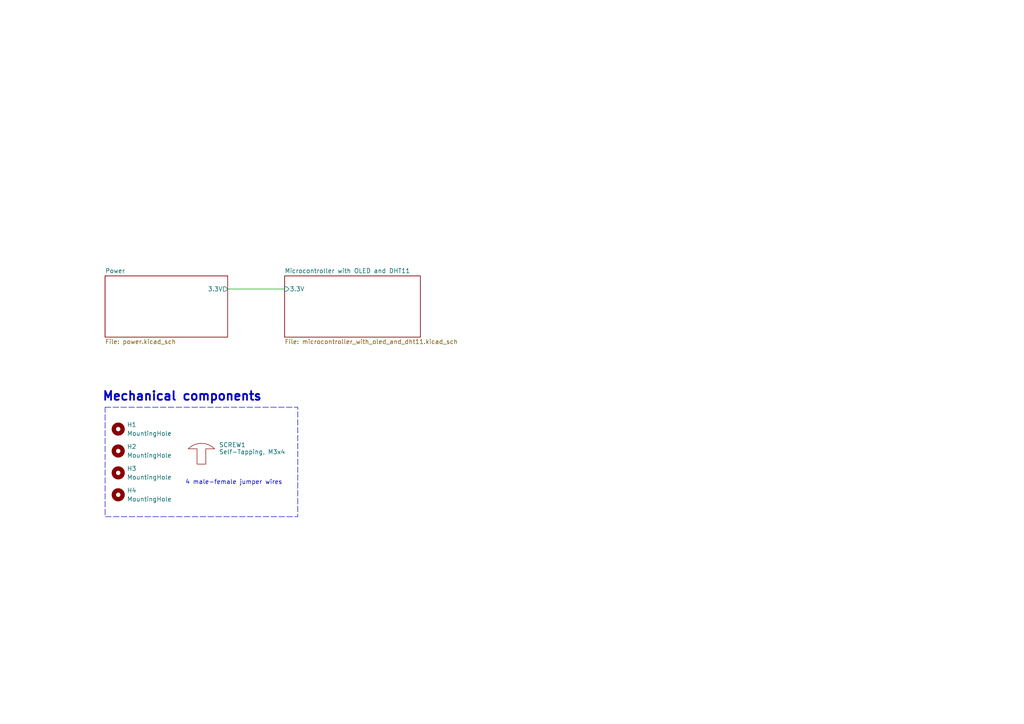
<source format=kicad_sch>
(kicad_sch (version 20250114) (generator "eeschema") (generator_version "9.0")
  (paper "A4")
  (lib_symbols
    (symbol "Mechanical:MountingHole" (pin_names (offset 1.016)) (in_bom no)
      (property "Reference" "H" (at 0 5.08 0))
      (property "Value" "MountingHole" (at 0 3.175 0))
      (symbol "MountingHole_0_1"
        (circle (center 0 0) (radius 1.27) (stroke (width 1.27)))
      )
    )
    (symbol "ZP_Library:Screw" (on_board no)
      (property "Reference" "SCREW" (at 0 4.826 0))
      (symbol "Screw_1_1"
        (polyline (pts (xy -3.81 1.905) (xy -1.27 1.905) (xy -1.27 -2.54) (xy 1.27 -2.54) (xy 1.27 1.905) (xy 3.81 1.905)))
        (arc (start -3.81 1.905) (mid 0 3.4832) (end 3.81 1.905))
      )
    )
  )
  (rectangle (start 30.48 118.11) (end 86.36 149.86) (stroke (width 0) (type dash)))
  (text "Mechanical components" (at 52.832 115.062 0) (effects (font (size 2.54 2.54) (thickness 0.508) (bold yes))))
  (text "4 male-female jumper wires" (at 67.818 139.954 0) (effects (font (size 1.27 1.27))))
  (wire (pts (xy 66.04 83.82) (xy 82.55 83.82)))
  (symbol (lib_id "Mechanical:MountingHole") (at 34.29 130.81 0) (unit 1) (in_bom no)
    (property "Reference" "H2" (at 36.83 129.5399 0) (effects (justify left)))
    (property "Value" "MountingHole" (at 36.83 132.0799 0) (effects (justify left)))
    (property "Footprint" "MountingHole:MountingHole_3.2mm_M3" (effects (hide yes)))
    (property "Description" "Mounting Hole without connection" (effects (hide yes)))
  )
  (symbol (lib_id "Mechanical:MountingHole") (at 34.29 124.46 0) (unit 1) (in_bom no)
    (property "Reference" "H1" (at 36.83 123.1899 0) (effects (justify left)))
    (property "Value" "MountingHole" (at 36.83 125.7299 0) (effects (justify left)))
    (property "Footprint" "MountingHole:MountingHole_3.2mm_M3" (effects (hide yes)))
    (property "Description" "Mounting Hole without connection" (effects (hide yes)))
  )
  (symbol (lib_id "Mechanical:MountingHole") (at 34.29 137.16 0) (unit 1) (in_bom no)
    (property "Reference" "H3" (at 36.83 135.8899 0) (effects (justify left)))
    (property "Value" "MountingHole" (at 36.83 138.4299 0) (effects (justify left)))
    (property "Footprint" "MountingHole:MountingHole_3.2mm_M3" (effects (hide yes)))
    (property "Description" "Mounting Hole without connection" (effects (hide yes)))
  )
  (symbol (lib_id "Mechanical:MountingHole") (at 34.29 143.51 0) (unit 1) (in_bom no)
    (property "Reference" "H4" (at 36.83 142.2399 0) (effects (justify left)))
    (property "Value" "MountingHole" (at 36.83 144.7799 0) (effects (justify left)))
    (property "Footprint" "MountingHole:MountingHole_3.2mm_M3" (effects (hide yes)))
    (property "Description" "Mounting Hole without connection" (effects (hide yes)))
  )
  (symbol (lib_id "ZP_Library:Screw") (at 58.42 132.08 0) (unit 1) (exclude_from_sim yes) (on_board no)
    (property "Reference" "SCREW1" (at 63.5 129.032 0) (effects (justify left)))
    (property "Value" "Self-Tapping, M3x4" (at 63.5 131.064 0) (effects (justify left)))
    (property "Description" "1/25 of pack" (effects (hide yes)))
    (property "Farnell" "1420120 " (effects (hide yes)))
  )
  (sheet (at 82.55 80.01) (size 39.37 17.78) (stroke (width 0.1524))
    (property "Sheetname" "Microcontroller with OLED and DHT11" (at 82.55 79.2984 0) (effects (justify left bottom)))
    (property "Sheetfile" "microcontroller_with_oled_and_dht11.kicad_sch" (at 82.55 98.3746 0) (effects (justify left top)))
    (pin "3.3V" input (at 82.55 83.82 180))
  )
  (sheet (at 30.48 80.01) (size 35.56 17.78) (stroke (width 0.1524))
    (property "Sheetname" "Power" (at 30.48 79.2984 0) (effects (justify left bottom)))
    (property "Sheetfile" "power.kicad_sch" (at 30.48 98.3746 0) (effects (justify left top)))
    (pin "3.3V" output (at 66.04 83.82 0))
  )
)
</source>
